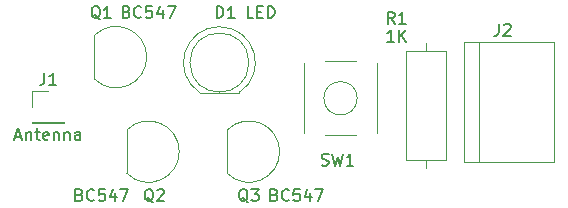
<source format=gbr>
G04 #@! TF.GenerationSoftware,KiCad,Pcbnew,(5.1.5)-3*
G04 #@! TF.CreationDate,2020-11-04T23:27:45+03:00*
G04 #@! TF.ProjectId,non contact ac tester,6e6f6e20-636f-46e7-9461-637420616320,rev?*
G04 #@! TF.SameCoordinates,Original*
G04 #@! TF.FileFunction,Legend,Top*
G04 #@! TF.FilePolarity,Positive*
%FSLAX46Y46*%
G04 Gerber Fmt 4.6, Leading zero omitted, Abs format (unit mm)*
G04 Created by KiCad (PCBNEW (5.1.5)-3) date 2020-11-04 23:27:45*
%MOMM*%
%LPD*%
G04 APERTURE LIST*
%ADD10C,0.120000*%
%ADD11C,0.150000*%
G04 APERTURE END LIST*
D10*
X87664214Y-75750000D02*
G75*
G03X87664214Y-75750000I-1414214J0D01*
G01*
X83130000Y-72780000D02*
X83130000Y-78720000D01*
X89370000Y-72780000D02*
X89370000Y-78720000D01*
X84910000Y-72630000D02*
X87590000Y-72630000D01*
X87590000Y-78870000D02*
X84910000Y-78870000D01*
X76001958Y-69690001D02*
G75*
G03X74360488Y-75290000I-1958J-3039999D01*
G01*
X75998042Y-69690001D02*
G75*
G02X77639512Y-75290000I1958J-3039999D01*
G01*
X78500000Y-72730000D02*
G75*
G03X78500000Y-72730000I-2500000J0D01*
G01*
X74360000Y-75290000D02*
X77640000Y-75290000D01*
X60170000Y-77830000D02*
X62830000Y-77830000D01*
X60170000Y-77770000D02*
X60170000Y-77830000D01*
X62830000Y-77770000D02*
X62830000Y-77830000D01*
X60170000Y-77770000D02*
X62830000Y-77770000D01*
X60170000Y-76500000D02*
X60170000Y-75170000D01*
X60170000Y-75170000D02*
X61500000Y-75170000D01*
X97960000Y-81120000D02*
X97960000Y-70960000D01*
X96690000Y-81120000D02*
X104310000Y-81120000D01*
X104310000Y-81120000D02*
X104310000Y-70960000D01*
X104310000Y-70960000D02*
X96690000Y-70960000D01*
X96690000Y-70960000D02*
X96690000Y-81120000D01*
X65400000Y-70470000D02*
X65400000Y-74070000D01*
X65411522Y-70431522D02*
G75*
G02X69850000Y-72270000I1838478J-1838478D01*
G01*
X65411522Y-74108478D02*
G75*
G03X69850000Y-72270000I1838478J1838478D01*
G01*
X68161522Y-82108478D02*
G75*
G03X72600000Y-80270000I1838478J1838478D01*
G01*
X68161522Y-78431522D02*
G75*
G02X72600000Y-80270000I1838478J-1838478D01*
G01*
X68150000Y-78470000D02*
X68150000Y-82070000D01*
X76650000Y-78470000D02*
X76650000Y-82070000D01*
X76661522Y-78431522D02*
G75*
G02X81100000Y-80270000I1838478J-1838478D01*
G01*
X76661522Y-82108478D02*
G75*
G03X81100000Y-80270000I1838478J1838478D01*
G01*
X95220000Y-71730000D02*
X91780000Y-71730000D01*
X91780000Y-71730000D02*
X91780000Y-80970000D01*
X91780000Y-80970000D02*
X95220000Y-80970000D01*
X95220000Y-80970000D02*
X95220000Y-71730000D01*
X93500000Y-71040000D02*
X93500000Y-71730000D01*
X93500000Y-81660000D02*
X93500000Y-80970000D01*
D11*
X84666666Y-81404761D02*
X84809523Y-81452380D01*
X85047619Y-81452380D01*
X85142857Y-81404761D01*
X85190476Y-81357142D01*
X85238095Y-81261904D01*
X85238095Y-81166666D01*
X85190476Y-81071428D01*
X85142857Y-81023809D01*
X85047619Y-80976190D01*
X84857142Y-80928571D01*
X84761904Y-80880952D01*
X84714285Y-80833333D01*
X84666666Y-80738095D01*
X84666666Y-80642857D01*
X84714285Y-80547619D01*
X84761904Y-80500000D01*
X84857142Y-80452380D01*
X85095238Y-80452380D01*
X85238095Y-80500000D01*
X85571428Y-80452380D02*
X85809523Y-81452380D01*
X86000000Y-80738095D01*
X86190476Y-81452380D01*
X86428571Y-80452380D01*
X87333333Y-81452380D02*
X86761904Y-81452380D01*
X87047619Y-81452380D02*
X87047619Y-80452380D01*
X86952380Y-80595238D01*
X86857142Y-80690476D01*
X86761904Y-80738095D01*
X75761904Y-68952380D02*
X75761904Y-67952380D01*
X76000000Y-67952380D01*
X76142857Y-68000000D01*
X76238095Y-68095238D01*
X76285714Y-68190476D01*
X76333333Y-68380952D01*
X76333333Y-68523809D01*
X76285714Y-68714285D01*
X76238095Y-68809523D01*
X76142857Y-68904761D01*
X76000000Y-68952380D01*
X75761904Y-68952380D01*
X77285714Y-68952380D02*
X76714285Y-68952380D01*
X77000000Y-68952380D02*
X77000000Y-67952380D01*
X76904761Y-68095238D01*
X76809523Y-68190476D01*
X76714285Y-68238095D01*
X78857142Y-68952380D02*
X78380952Y-68952380D01*
X78380952Y-67952380D01*
X79190476Y-68428571D02*
X79523809Y-68428571D01*
X79666666Y-68952380D02*
X79190476Y-68952380D01*
X79190476Y-67952380D01*
X79666666Y-67952380D01*
X80095238Y-68952380D02*
X80095238Y-67952380D01*
X80333333Y-67952380D01*
X80476190Y-68000000D01*
X80571428Y-68095238D01*
X80619047Y-68190476D01*
X80666666Y-68380952D01*
X80666666Y-68523809D01*
X80619047Y-68714285D01*
X80571428Y-68809523D01*
X80476190Y-68904761D01*
X80333333Y-68952380D01*
X80095238Y-68952380D01*
X61166666Y-73622380D02*
X61166666Y-74336666D01*
X61119047Y-74479523D01*
X61023809Y-74574761D01*
X60880952Y-74622380D01*
X60785714Y-74622380D01*
X62166666Y-74622380D02*
X61595238Y-74622380D01*
X61880952Y-74622380D02*
X61880952Y-73622380D01*
X61785714Y-73765238D01*
X61690476Y-73860476D01*
X61595238Y-73908095D01*
X58738095Y-78996666D02*
X59214285Y-78996666D01*
X58642857Y-79282380D02*
X58976190Y-78282380D01*
X59309523Y-79282380D01*
X59642857Y-78615714D02*
X59642857Y-79282380D01*
X59642857Y-78710952D02*
X59690476Y-78663333D01*
X59785714Y-78615714D01*
X59928571Y-78615714D01*
X60023809Y-78663333D01*
X60071428Y-78758571D01*
X60071428Y-79282380D01*
X60404761Y-78615714D02*
X60785714Y-78615714D01*
X60547619Y-78282380D02*
X60547619Y-79139523D01*
X60595238Y-79234761D01*
X60690476Y-79282380D01*
X60785714Y-79282380D01*
X61500000Y-79234761D02*
X61404761Y-79282380D01*
X61214285Y-79282380D01*
X61119047Y-79234761D01*
X61071428Y-79139523D01*
X61071428Y-78758571D01*
X61119047Y-78663333D01*
X61214285Y-78615714D01*
X61404761Y-78615714D01*
X61500000Y-78663333D01*
X61547619Y-78758571D01*
X61547619Y-78853809D01*
X61071428Y-78949047D01*
X61976190Y-78615714D02*
X61976190Y-79282380D01*
X61976190Y-78710952D02*
X62023809Y-78663333D01*
X62119047Y-78615714D01*
X62261904Y-78615714D01*
X62357142Y-78663333D01*
X62404761Y-78758571D01*
X62404761Y-79282380D01*
X62880952Y-78615714D02*
X62880952Y-79282380D01*
X62880952Y-78710952D02*
X62928571Y-78663333D01*
X63023809Y-78615714D01*
X63166666Y-78615714D01*
X63261904Y-78663333D01*
X63309523Y-78758571D01*
X63309523Y-79282380D01*
X64214285Y-79282380D02*
X64214285Y-78758571D01*
X64166666Y-78663333D01*
X64071428Y-78615714D01*
X63880952Y-78615714D01*
X63785714Y-78663333D01*
X64214285Y-79234761D02*
X64119047Y-79282380D01*
X63880952Y-79282380D01*
X63785714Y-79234761D01*
X63738095Y-79139523D01*
X63738095Y-79044285D01*
X63785714Y-78949047D01*
X63880952Y-78901428D01*
X64119047Y-78901428D01*
X64214285Y-78853809D01*
X99666666Y-69452380D02*
X99666666Y-70166666D01*
X99619047Y-70309523D01*
X99523809Y-70404761D01*
X99380952Y-70452380D01*
X99285714Y-70452380D01*
X100095238Y-69547619D02*
X100142857Y-69500000D01*
X100238095Y-69452380D01*
X100476190Y-69452380D01*
X100571428Y-69500000D01*
X100619047Y-69547619D01*
X100666666Y-69642857D01*
X100666666Y-69738095D01*
X100619047Y-69880952D01*
X100047619Y-70452380D01*
X100666666Y-70452380D01*
X65904761Y-69047619D02*
X65809523Y-69000000D01*
X65714285Y-68904761D01*
X65571428Y-68761904D01*
X65476190Y-68714285D01*
X65380952Y-68714285D01*
X65428571Y-68952380D02*
X65333333Y-68904761D01*
X65238095Y-68809523D01*
X65190476Y-68619047D01*
X65190476Y-68285714D01*
X65238095Y-68095238D01*
X65333333Y-68000000D01*
X65428571Y-67952380D01*
X65619047Y-67952380D01*
X65714285Y-68000000D01*
X65809523Y-68095238D01*
X65857142Y-68285714D01*
X65857142Y-68619047D01*
X65809523Y-68809523D01*
X65714285Y-68904761D01*
X65619047Y-68952380D01*
X65428571Y-68952380D01*
X66809523Y-68952380D02*
X66238095Y-68952380D01*
X66523809Y-68952380D02*
X66523809Y-67952380D01*
X66428571Y-68095238D01*
X66333333Y-68190476D01*
X66238095Y-68238095D01*
X68142857Y-68428571D02*
X68285714Y-68476190D01*
X68333333Y-68523809D01*
X68380952Y-68619047D01*
X68380952Y-68761904D01*
X68333333Y-68857142D01*
X68285714Y-68904761D01*
X68190476Y-68952380D01*
X67809523Y-68952380D01*
X67809523Y-67952380D01*
X68142857Y-67952380D01*
X68238095Y-68000000D01*
X68285714Y-68047619D01*
X68333333Y-68142857D01*
X68333333Y-68238095D01*
X68285714Y-68333333D01*
X68238095Y-68380952D01*
X68142857Y-68428571D01*
X67809523Y-68428571D01*
X69380952Y-68857142D02*
X69333333Y-68904761D01*
X69190476Y-68952380D01*
X69095238Y-68952380D01*
X68952380Y-68904761D01*
X68857142Y-68809523D01*
X68809523Y-68714285D01*
X68761904Y-68523809D01*
X68761904Y-68380952D01*
X68809523Y-68190476D01*
X68857142Y-68095238D01*
X68952380Y-68000000D01*
X69095238Y-67952380D01*
X69190476Y-67952380D01*
X69333333Y-68000000D01*
X69380952Y-68047619D01*
X70285714Y-67952380D02*
X69809523Y-67952380D01*
X69761904Y-68428571D01*
X69809523Y-68380952D01*
X69904761Y-68333333D01*
X70142857Y-68333333D01*
X70238095Y-68380952D01*
X70285714Y-68428571D01*
X70333333Y-68523809D01*
X70333333Y-68761904D01*
X70285714Y-68857142D01*
X70238095Y-68904761D01*
X70142857Y-68952380D01*
X69904761Y-68952380D01*
X69809523Y-68904761D01*
X69761904Y-68857142D01*
X71190476Y-68285714D02*
X71190476Y-68952380D01*
X70952380Y-67904761D02*
X70714285Y-68619047D01*
X71333333Y-68619047D01*
X71619047Y-67952380D02*
X72285714Y-67952380D01*
X71857142Y-68952380D01*
X70404761Y-84547619D02*
X70309523Y-84500000D01*
X70214285Y-84404761D01*
X70071428Y-84261904D01*
X69976190Y-84214285D01*
X69880952Y-84214285D01*
X69928571Y-84452380D02*
X69833333Y-84404761D01*
X69738095Y-84309523D01*
X69690476Y-84119047D01*
X69690476Y-83785714D01*
X69738095Y-83595238D01*
X69833333Y-83500000D01*
X69928571Y-83452380D01*
X70119047Y-83452380D01*
X70214285Y-83500000D01*
X70309523Y-83595238D01*
X70357142Y-83785714D01*
X70357142Y-84119047D01*
X70309523Y-84309523D01*
X70214285Y-84404761D01*
X70119047Y-84452380D01*
X69928571Y-84452380D01*
X70738095Y-83547619D02*
X70785714Y-83500000D01*
X70880952Y-83452380D01*
X71119047Y-83452380D01*
X71214285Y-83500000D01*
X71261904Y-83547619D01*
X71309523Y-83642857D01*
X71309523Y-83738095D01*
X71261904Y-83880952D01*
X70690476Y-84452380D01*
X71309523Y-84452380D01*
X64142857Y-83928571D02*
X64285714Y-83976190D01*
X64333333Y-84023809D01*
X64380952Y-84119047D01*
X64380952Y-84261904D01*
X64333333Y-84357142D01*
X64285714Y-84404761D01*
X64190476Y-84452380D01*
X63809523Y-84452380D01*
X63809523Y-83452380D01*
X64142857Y-83452380D01*
X64238095Y-83500000D01*
X64285714Y-83547619D01*
X64333333Y-83642857D01*
X64333333Y-83738095D01*
X64285714Y-83833333D01*
X64238095Y-83880952D01*
X64142857Y-83928571D01*
X63809523Y-83928571D01*
X65380952Y-84357142D02*
X65333333Y-84404761D01*
X65190476Y-84452380D01*
X65095238Y-84452380D01*
X64952380Y-84404761D01*
X64857142Y-84309523D01*
X64809523Y-84214285D01*
X64761904Y-84023809D01*
X64761904Y-83880952D01*
X64809523Y-83690476D01*
X64857142Y-83595238D01*
X64952380Y-83500000D01*
X65095238Y-83452380D01*
X65190476Y-83452380D01*
X65333333Y-83500000D01*
X65380952Y-83547619D01*
X66285714Y-83452380D02*
X65809523Y-83452380D01*
X65761904Y-83928571D01*
X65809523Y-83880952D01*
X65904761Y-83833333D01*
X66142857Y-83833333D01*
X66238095Y-83880952D01*
X66285714Y-83928571D01*
X66333333Y-84023809D01*
X66333333Y-84261904D01*
X66285714Y-84357142D01*
X66238095Y-84404761D01*
X66142857Y-84452380D01*
X65904761Y-84452380D01*
X65809523Y-84404761D01*
X65761904Y-84357142D01*
X67190476Y-83785714D02*
X67190476Y-84452380D01*
X66952380Y-83404761D02*
X66714285Y-84119047D01*
X67333333Y-84119047D01*
X67619047Y-83452380D02*
X68285714Y-83452380D01*
X67857142Y-84452380D01*
X78404761Y-84547619D02*
X78309523Y-84500000D01*
X78214285Y-84404761D01*
X78071428Y-84261904D01*
X77976190Y-84214285D01*
X77880952Y-84214285D01*
X77928571Y-84452380D02*
X77833333Y-84404761D01*
X77738095Y-84309523D01*
X77690476Y-84119047D01*
X77690476Y-83785714D01*
X77738095Y-83595238D01*
X77833333Y-83500000D01*
X77928571Y-83452380D01*
X78119047Y-83452380D01*
X78214285Y-83500000D01*
X78309523Y-83595238D01*
X78357142Y-83785714D01*
X78357142Y-84119047D01*
X78309523Y-84309523D01*
X78214285Y-84404761D01*
X78119047Y-84452380D01*
X77928571Y-84452380D01*
X78690476Y-83452380D02*
X79309523Y-83452380D01*
X78976190Y-83833333D01*
X79119047Y-83833333D01*
X79214285Y-83880952D01*
X79261904Y-83928571D01*
X79309523Y-84023809D01*
X79309523Y-84261904D01*
X79261904Y-84357142D01*
X79214285Y-84404761D01*
X79119047Y-84452380D01*
X78833333Y-84452380D01*
X78738095Y-84404761D01*
X78690476Y-84357142D01*
X80642857Y-83928571D02*
X80785714Y-83976190D01*
X80833333Y-84023809D01*
X80880952Y-84119047D01*
X80880952Y-84261904D01*
X80833333Y-84357142D01*
X80785714Y-84404761D01*
X80690476Y-84452380D01*
X80309523Y-84452380D01*
X80309523Y-83452380D01*
X80642857Y-83452380D01*
X80738095Y-83500000D01*
X80785714Y-83547619D01*
X80833333Y-83642857D01*
X80833333Y-83738095D01*
X80785714Y-83833333D01*
X80738095Y-83880952D01*
X80642857Y-83928571D01*
X80309523Y-83928571D01*
X81880952Y-84357142D02*
X81833333Y-84404761D01*
X81690476Y-84452380D01*
X81595238Y-84452380D01*
X81452380Y-84404761D01*
X81357142Y-84309523D01*
X81309523Y-84214285D01*
X81261904Y-84023809D01*
X81261904Y-83880952D01*
X81309523Y-83690476D01*
X81357142Y-83595238D01*
X81452380Y-83500000D01*
X81595238Y-83452380D01*
X81690476Y-83452380D01*
X81833333Y-83500000D01*
X81880952Y-83547619D01*
X82785714Y-83452380D02*
X82309523Y-83452380D01*
X82261904Y-83928571D01*
X82309523Y-83880952D01*
X82404761Y-83833333D01*
X82642857Y-83833333D01*
X82738095Y-83880952D01*
X82785714Y-83928571D01*
X82833333Y-84023809D01*
X82833333Y-84261904D01*
X82785714Y-84357142D01*
X82738095Y-84404761D01*
X82642857Y-84452380D01*
X82404761Y-84452380D01*
X82309523Y-84404761D01*
X82261904Y-84357142D01*
X83690476Y-83785714D02*
X83690476Y-84452380D01*
X83452380Y-83404761D02*
X83214285Y-84119047D01*
X83833333Y-84119047D01*
X84119047Y-83452380D02*
X84785714Y-83452380D01*
X84357142Y-84452380D01*
X90833333Y-69452380D02*
X90500000Y-68976190D01*
X90261904Y-69452380D02*
X90261904Y-68452380D01*
X90642857Y-68452380D01*
X90738095Y-68500000D01*
X90785714Y-68547619D01*
X90833333Y-68642857D01*
X90833333Y-68785714D01*
X90785714Y-68880952D01*
X90738095Y-68928571D01*
X90642857Y-68976190D01*
X90261904Y-68976190D01*
X91785714Y-69452380D02*
X91214285Y-69452380D01*
X91500000Y-69452380D02*
X91500000Y-68452380D01*
X91404761Y-68595238D01*
X91309523Y-68690476D01*
X91214285Y-68738095D01*
X90785714Y-70952380D02*
X90214285Y-70952380D01*
X90500000Y-70952380D02*
X90500000Y-69952380D01*
X90404761Y-70095238D01*
X90309523Y-70190476D01*
X90214285Y-70238095D01*
X91214285Y-70952380D02*
X91214285Y-69952380D01*
X91785714Y-70952380D02*
X91357142Y-70380952D01*
X91785714Y-69952380D02*
X91214285Y-70523809D01*
M02*

</source>
